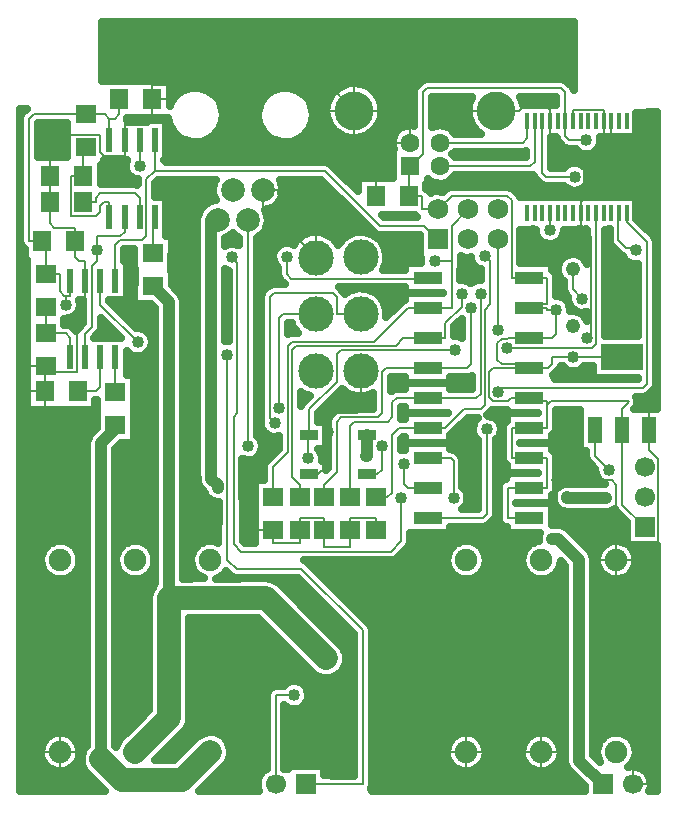
<source format=gbr>
G04 DipTrace 2.4.0.2*
%INBottom.gbr*%
%MOIN*%
%ADD14C,0.006*%
%ADD15C,0.0394*%
%ADD16C,0.0787*%
%ADD17C,0.025*%
%ADD18C,0.0079*%
%ADD19R,0.048X0.088*%
%ADD20R,0.1417X0.0866*%
%ADD21R,0.063X0.0709*%
%ADD22R,0.0709X0.063*%
%ADD25R,0.0118X0.0551*%
%ADD26R,0.0669X0.0669*%
%ADD27C,0.0669*%
%ADD28R,0.0689X0.0689*%
%ADD29C,0.0689*%
%ADD30R,0.0236X0.0787*%
%ADD31C,0.1181*%
%ADD35R,0.0591X0.0354*%
%ADD36R,0.0961X0.0445*%
%ADD37C,0.0748*%
%ADD38R,0.063X0.063*%
%ADD39C,0.063*%
%ADD40C,0.1299*%
%ADD41C,0.048*%
%ADD42C,0.04*%
%FSLAX44Y44*%
G04*
G70*
G90*
G75*
G01*
%LNBottom*%
%LPD*%
X18262Y22704D2*
D14*
X17808Y23158D1*
X16333D1*
X14499Y24991D1*
X8821D1*
X8544Y24714D1*
Y22809D1*
X8405Y22670D1*
X7647D1*
X7508Y22531D1*
Y21331D1*
X8821Y24991D2*
Y26018D1*
X7639Y27371D2*
Y26871D1*
X7500Y26732D1*
X7309D1*
X7170Y26871D1*
X6514D1*
X5190Y21548D2*
X5653D1*
Y20968D1*
X5792Y20829D1*
X5858D1*
X5997D1*
Y21331D1*
X23212Y26003D2*
X22645D1*
X22506Y26142D1*
Y26642D1*
X21309Y13418D2*
X20581D1*
Y14418D1*
X21309D1*
X11243Y18852D2*
Y12031D1*
X11550Y11724D1*
X13711D1*
X15768Y9667D1*
Y4536D1*
X13850D1*
X21309Y18418D2*
X20098D1*
X19959Y18279D1*
Y17447D1*
X20098Y17308D1*
X20598D1*
X20708Y17418D1*
X21309D1*
X7309Y26732D2*
Y26018D1*
X5858Y20520D2*
Y20829D1*
X5065Y22634D2*
X5190D1*
Y21548D1*
X6514Y26871D2*
X4780D1*
X4641Y26732D1*
Y22634D1*
X5065D1*
X22773Y18773D2*
X24402D1*
X21309Y18418D2*
X21925D1*
X22064Y18557D1*
Y18773D1*
X22773D1*
X21309Y19418D2*
X20584D1*
X20557Y19391D1*
X20380D1*
X20241Y19252D1*
Y18696D1*
X20380Y18557D1*
X21309D1*
Y18418D1*
X22207Y20356D2*
Y19557D1*
X22068Y19418D1*
X21309D1*
Y20418D2*
X21898D1*
Y20356D1*
X22207D1*
X21309Y21418D2*
X21898D1*
Y20557D1*
X21309D1*
Y20418D1*
X18262Y23704D2*
X18715Y24158D1*
X20576D1*
X20715Y24019D1*
Y21418D1*
X21309D1*
X17289Y24135D2*
X17713D1*
Y23704D1*
X18262D1*
X17339Y25141D2*
X17289Y25091D1*
Y24135D1*
X22506Y26642D2*
Y27615D1*
X22367Y27754D1*
X17902D1*
X17763Y27615D1*
Y25565D1*
X17339Y25141D1*
X24401Y16336D2*
Y13866D1*
X25164Y13104D1*
X21309Y16418D2*
X21898D1*
Y17171D1*
X22037Y17310D1*
X24587D1*
X24617Y17280D1*
X24401Y17064D1*
Y16336D1*
X21309Y15418D2*
X20720D1*
Y16418D1*
X21309D1*
Y14418D2*
X21898D1*
Y15418D1*
X21309D1*
Y17418D2*
Y17310D1*
X21898D1*
Y17171D1*
X7813Y23459D2*
Y22956D1*
X7674Y22817D1*
X6912D1*
Y22338D1*
Y22000D1*
X6727Y21815D1*
Y19786D1*
X6500Y19559D1*
Y18772D1*
X12770Y14104D2*
Y15111D1*
X13265Y15606D1*
Y19160D1*
X13404Y19299D1*
X16143D1*
X17262Y20418D1*
X17923D1*
X18715D1*
Y21981D1*
Y23158D1*
X19262Y23704D1*
X18149Y21981D2*
X18715D1*
X20262Y22704D2*
Y19700D1*
X12427Y24350D2*
X12930D1*
Y24201D1*
X14190D1*
X25307Y17280D2*
Y16336D1*
X24209Y12009D2*
Y14530D1*
X24070Y14669D1*
X22226D1*
X5150Y17634D2*
Y18469D1*
X5190D1*
X15690Y18322D2*
Y17047D1*
X15551Y16908D1*
X14720D1*
X14581Y16769D1*
Y16286D1*
X20201Y26995D2*
X20959D1*
X21130Y27166D1*
X21855D1*
X21994Y27027D1*
Y26642D1*
X22762D2*
Y27027D1*
X23786D1*
Y26642D1*
X23221Y19411D2*
X23377Y19568D1*
Y22789D1*
X23018Y23148D1*
Y23571D1*
X15461Y26995D2*
Y25928D1*
X15600Y25789D1*
X16610D1*
Y25307D1*
X16137Y24834D1*
X21994Y26642D2*
Y25555D1*
X22133Y25416D1*
X23134D1*
X23764D1*
X24042Y25694D1*
X24834D1*
X24972Y25555D1*
Y24790D1*
X15337Y13001D2*
Y13425D1*
X16187D1*
Y13001D1*
X14472D2*
Y12438D1*
X15337D1*
Y13001D1*
X13656D2*
Y13425D1*
X14472D1*
Y13001D1*
X12770D2*
Y12577D1*
X13656D1*
Y13001D1*
X12404Y16286D2*
Y15753D1*
X12236Y15586D1*
Y13001D1*
X12770D1*
X14190Y22100D2*
X13548Y22742D1*
Y22799D1*
X12477D1*
X12404Y22726D1*
Y16286D1*
X14190Y24201D2*
Y22100D1*
X24209Y12009D2*
Y11518D1*
X24749Y10978D1*
Y4542D1*
X25307Y16336D2*
Y15698D1*
X25608Y15397D1*
Y12148D1*
X25469Y12009D1*
X24209D1*
X16137Y24834D2*
X16186Y24785D1*
Y24135D1*
X16610Y25789D2*
X16749Y25928D1*
X17339D1*
X8741Y27371D2*
Y27834D1*
X14622D1*
X15461Y26995D1*
X7813Y26018D2*
Y26520D1*
X8602D1*
X8741Y26659D1*
Y27371D1*
X5338Y24820D2*
Y26054D1*
X5477Y26193D1*
X7003D1*
Y25609D1*
X7142Y25470D1*
X7813D1*
Y26018D1*
X5338Y23945D2*
Y24820D1*
X6167Y22634D2*
Y23097D1*
X5477D1*
X5338Y23236D1*
Y23945D1*
X6500Y21331D2*
Y21972D1*
X6306D1*
X6167Y22111D1*
Y22634D1*
X5190Y18469D2*
Y18270D1*
X6224D1*
Y19673D1*
X6500Y19950D1*
Y21331D1*
X14581Y16286D2*
Y15183D1*
X14268Y14870D1*
X13973D1*
X23786Y26642D2*
Y26150D1*
X23903Y26033D1*
X24042Y25894D1*
Y25694D1*
X23903Y26033D2*
X24042Y26172D1*
Y26642D1*
X23018Y23571D2*
Y23956D1*
X23134Y24071D1*
Y25416D1*
X24856Y22338D2*
Y22418D1*
X24536D1*
X24276Y22679D1*
Y23571D1*
X24297D1*
X22825Y24790D2*
X21877D1*
X21738Y24929D1*
Y26642D1*
X20268Y17617D2*
X20401Y17750D1*
X25080D1*
X25219Y17889D1*
Y22626D1*
X24553Y23291D1*
Y23571D1*
X18323Y25928D2*
X21088D1*
X21227Y26067D1*
Y26642D1*
X18323Y25141D2*
X21344D1*
X21482Y25280D1*
Y26642D1*
X12956Y17074D2*
Y20071D1*
X13095Y20210D1*
X14190D1*
X20550Y19082D2*
X23391D1*
X23530Y19221D1*
Y23571D1*
X22759Y21711D2*
Y21036D1*
X23068Y20727D1*
X21994Y23017D2*
Y23571D1*
X7004Y18772D2*
Y17773D1*
X6865Y17634D1*
X6252D1*
X8317Y23459D2*
Y24100D1*
X8178Y24239D1*
X7003D1*
X6864Y24100D1*
Y23945D1*
X6440D1*
X5190Y20446D2*
Y19571D1*
X5858D1*
X5997Y19432D1*
Y18772D1*
X6440Y24820D2*
X6016D1*
Y23482D1*
X6864D1*
X7003Y23621D1*
Y23822D1*
X7142Y23961D1*
X7309D1*
Y23459D1*
X6514Y25769D2*
X6440D1*
Y24820D1*
X8821Y23459D2*
X8764D1*
Y22246D1*
X7508Y18772D2*
X7503Y17610D1*
X8253Y19275D2*
X7004Y20524D1*
Y21331D1*
X8317Y25161D2*
Y26018D1*
X12850Y4536D2*
Y7508D1*
X13478D1*
X12817Y16595D2*
X12647Y16765D1*
Y20770D1*
X12786Y20909D1*
X14751D1*
X14890Y20770D1*
Y20212D1*
X15690D1*
X13973Y16170D2*
Y17044D1*
X14890Y17960D1*
Y18882D1*
X15029Y19021D1*
X18821D1*
X13931Y15417D2*
Y16170D1*
X13973D1*
X8764Y21144D2*
D15*
X9303Y20605D1*
Y10743D1*
D16*
Y6749D1*
X8173Y5619D1*
X9303Y10743D2*
X12529D1*
X14537Y8735D1*
X16390Y15811D2*
D14*
Y15019D1*
X16240Y14870D1*
X15902D1*
X11927Y23350D2*
Y15809D1*
X19887Y16371D2*
Y13557D1*
X19748Y13418D1*
X17923D1*
X23971Y15007D2*
X23496Y15482D1*
Y16336D1*
X23867Y14086D2*
D15*
X22578D1*
Y14104D1*
X15902Y16170D2*
Y15467D1*
X15861D1*
X10922Y14425D2*
Y14508D1*
X10703Y14726D1*
Y23350D1*
X10927D1*
X17129Y15231D2*
D14*
Y14557D1*
X17268Y14418D1*
X17923D1*
X18781Y14078D2*
Y15319D1*
X18682Y15418D1*
X17923D1*
X22078Y12722D2*
D15*
X22258D1*
X22959Y12020D1*
Y5332D1*
X23749Y4542D1*
X19821Y22151D2*
D14*
X19990Y21982D1*
Y20534D1*
X19820Y20364D1*
Y17174D1*
X19681Y17035D1*
X19129D1*
X18512Y16418D1*
X17923D1*
X16967D1*
X16740Y16191D1*
Y14266D1*
X16577Y14104D1*
X16187D1*
X19681Y20897D2*
Y17557D1*
X19542Y17418D1*
X17923D1*
X16882D1*
X16743Y17279D1*
Y16769D1*
X16604Y16630D1*
X15476D1*
X15337Y16491D1*
Y14104D1*
X19372Y20418D2*
Y18557D1*
X19233Y18418D1*
X17923D1*
X16529D1*
X16390Y18279D1*
Y16908D1*
X16251Y16769D1*
X15029D1*
X14890Y16630D1*
Y14945D1*
X14472Y14527D1*
Y14104D1*
X19051Y20897D2*
Y20460D1*
X18512Y19921D1*
Y19418D1*
X17923D1*
X17110D1*
X16852Y19160D1*
X13543D1*
X13404Y19021D1*
Y14780D1*
X13656Y14527D1*
Y14104D1*
X13239Y22116D2*
Y21539D1*
X13378Y21400D1*
X17923D1*
Y21418D1*
X11408Y22101D2*
X11577Y21932D1*
Y16906D1*
X11453Y16782D1*
Y12536D1*
X11689Y12299D1*
X16681D1*
X17020Y12638D1*
Y14081D1*
X10673Y5619D2*
D16*
X9732Y4678D1*
X7731D1*
X7041Y5368D1*
D15*
Y15908D1*
X7641Y16508D1*
X7503D1*
D42*
X14537Y8735D3*
X5858Y20520D3*
X22773Y18773D3*
X22207Y20356D3*
X11243Y18852D3*
X23212Y26003D3*
X6912Y22338D3*
X18149Y21981D3*
X20262Y19700D3*
X23221Y19411D3*
X16137Y24834D3*
X24972Y24790D3*
X14581Y16286D3*
X14190Y24201D3*
X22226Y14669D3*
X12404Y16286D3*
X25307Y17280D3*
X24856Y22338D3*
X22825Y24790D3*
X20268Y17617D3*
X12956Y17074D3*
X20550Y19082D3*
X23068Y20727D3*
X21994Y23017D3*
X8253Y19275D3*
X8317Y25161D3*
X13478Y7508D3*
X12817Y16595D3*
X18821Y19021D3*
X13931Y15417D3*
X9303Y10743D3*
X16390Y15811D3*
X11927Y15809D3*
X19887Y16371D3*
X23971Y15007D3*
X22578Y14104D3*
X23867Y14086D3*
X10922Y14425D3*
X15861Y15467D3*
X17129Y15231D3*
X18781Y14078D3*
X22078Y12722D3*
X19821Y22151D3*
X19681Y20897D3*
X19372Y20418D3*
X19051Y20897D3*
X17020Y14081D3*
X11408Y22101D3*
X13239Y22116D3*
X7098Y29687D2*
D17*
X22779D1*
X7098Y29438D2*
X22779D1*
X7098Y29189D2*
X22779D1*
X7098Y28940D2*
X22779D1*
X7098Y28692D2*
X22779D1*
X7098Y28443D2*
X22779D1*
X7098Y28194D2*
X22779D1*
X9344Y27946D2*
X17650D1*
X22618D2*
X22782D1*
X9344Y27697D2*
X9837D1*
X10520D2*
X12837D1*
X13520D2*
X14849D1*
X16071D2*
X17454D1*
X9344Y27448D2*
X9474D1*
X10879D2*
X12474D1*
X13879D2*
X14642D1*
X16282D2*
X17443D1*
X18082D2*
X19380D1*
X21020D2*
X22185D1*
X11036Y27200D2*
X12318D1*
X14036D2*
X14544D1*
X16375D2*
X17443D1*
X18082D2*
X19286D1*
X21118D2*
X22185D1*
X11102Y26951D2*
X12255D1*
X14102D2*
X14521D1*
X16399D2*
X17443D1*
X18082D2*
X19263D1*
X7907Y26702D2*
X9259D1*
X11094D2*
X12259D1*
X14094D2*
X14571D1*
X16352D2*
X17443D1*
X18082D2*
X19310D1*
X24903D2*
X25529D1*
X4961Y26454D2*
X5868D1*
X9231D2*
X9337D1*
X11016D2*
X12337D1*
X14016D2*
X14700D1*
X16223D2*
X17068D1*
X18594D2*
X19439D1*
X24903D2*
X25529D1*
X4961Y26205D2*
X5868D1*
X9231D2*
X9517D1*
X10836D2*
X12517D1*
X13836D2*
X14978D1*
X15946D2*
X16806D1*
X24903D2*
X25529D1*
X4961Y25956D2*
X5868D1*
X9231D2*
X10009D1*
X10344D2*
X13009D1*
X13344D2*
X16736D1*
X22059D2*
X22251D1*
X23700D2*
X25529D1*
X4961Y25708D2*
X5868D1*
X9231D2*
X16736D1*
X22059D2*
X22829D1*
X23594D2*
X25529D1*
X4961Y25459D2*
X5868D1*
X9231D2*
X16736D1*
X18832D2*
X21161D1*
X22059D2*
X25529D1*
X7157Y25210D2*
X7829D1*
X14723D2*
X16736D1*
X22059D2*
X22599D1*
X23047D2*
X25529D1*
X7043Y24961D2*
X7872D1*
X14969D2*
X16736D1*
X23282D2*
X25529D1*
X7043Y24713D2*
X8169D1*
X15219D2*
X15583D1*
X18739D2*
X21513D1*
X23309D2*
X25529D1*
X8864Y24464D2*
X10755D1*
X13102D2*
X14583D1*
X15469D2*
X15583D1*
X17895D2*
X22470D1*
X23180D2*
X25529D1*
X8864Y24215D2*
X10759D1*
X13098D2*
X14833D1*
X20961D2*
X25529D1*
X9231Y23967D2*
X10673D1*
X12989D2*
X15083D1*
X24903D2*
X25529D1*
X9231Y23718D2*
X10357D1*
X12637D2*
X15329D1*
X24903D2*
X25529D1*
X9231Y23469D2*
X10232D1*
X12598D2*
X15579D1*
X16461D2*
X17509D1*
X24903D2*
X25529D1*
X9231Y23221D2*
X10216D1*
X12598D2*
X15829D1*
X25067D2*
X25529D1*
X9231Y22972D2*
X10216D1*
X12493D2*
X16075D1*
X21036D2*
X21505D1*
X22481D2*
X23208D1*
X23848D2*
X23954D1*
X25317D2*
X25529D1*
X9407Y22723D2*
X10216D1*
X11192D2*
X11607D1*
X12246D2*
X13579D1*
X14801D2*
X15079D1*
X16301D2*
X17626D1*
X21036D2*
X21611D1*
X22379D2*
X23208D1*
X23848D2*
X23954D1*
X9407Y22475D2*
X10216D1*
X12246D2*
X12919D1*
X16485D2*
X17626D1*
X21036D2*
X23208D1*
X23848D2*
X24036D1*
X4350Y22226D2*
X4462D1*
X7829D2*
X8118D1*
X9407D2*
X10216D1*
X12246D2*
X12763D1*
X16563D2*
X17626D1*
X21036D2*
X23208D1*
X23848D2*
X24286D1*
X4350Y21977D2*
X4544D1*
X7914D2*
X8118D1*
X9407D2*
X10216D1*
X12246D2*
X12771D1*
X16563D2*
X17657D1*
X19036D2*
X19364D1*
X21036D2*
X22306D1*
X23848D2*
X24536D1*
X4350Y21729D2*
X4544D1*
X7914D2*
X8118D1*
X9407D2*
X10216D1*
X12246D2*
X12919D1*
X16485D2*
X17154D1*
X19036D2*
X19603D1*
X22079D2*
X22232D1*
X23848D2*
X24900D1*
X4350Y21480D2*
X4544D1*
X7914D2*
X8118D1*
X9407D2*
X10216D1*
X12246D2*
X12923D1*
X19036D2*
X19669D1*
X23848D2*
X24900D1*
X4350Y21231D2*
X4544D1*
X7914D2*
X8118D1*
X9407D2*
X10216D1*
X12246D2*
X13107D1*
X22219D2*
X22439D1*
X23848D2*
X24900D1*
X4350Y20982D2*
X4544D1*
X7914D2*
X8118D1*
X9602D2*
X10216D1*
X12246D2*
X12414D1*
X15118D2*
X15296D1*
X16086D2*
X17154D1*
X22219D2*
X22443D1*
X23848D2*
X24900D1*
X4350Y20734D2*
X4544D1*
X7914D2*
X8118D1*
X9770D2*
X10216D1*
X12246D2*
X12329D1*
X16391D2*
X17154D1*
X22504D2*
X22582D1*
X23848D2*
X24900D1*
X4350Y20485D2*
X4544D1*
X7485D2*
X8743D1*
X9789D2*
X10216D1*
X12246D2*
X12329D1*
X16524D2*
X16888D1*
X23848D2*
X24900D1*
X4350Y20236D2*
X4544D1*
X6250D2*
X6407D1*
X7735D2*
X8818D1*
X9789D2*
X10216D1*
X12246D2*
X12329D1*
X23055D2*
X23208D1*
X23848D2*
X24900D1*
X4350Y19988D2*
X4544D1*
X5832D2*
X6407D1*
X7981D2*
X8818D1*
X9789D2*
X10216D1*
X12246D2*
X12329D1*
X23848D2*
X24900D1*
X4350Y19739D2*
X4544D1*
X6133D2*
X6242D1*
X7043D2*
X7349D1*
X8305D2*
X8818D1*
X9789D2*
X10216D1*
X12246D2*
X12329D1*
X13274D2*
X13450D1*
X18832D2*
X19052D1*
X23848D2*
X24900D1*
X4350Y19490D2*
X4544D1*
X6875D2*
X7595D1*
X8692D2*
X8818D1*
X9789D2*
X10216D1*
X12246D2*
X12329D1*
X18832D2*
X19052D1*
X23848D2*
X24900D1*
X4350Y19242D2*
X4544D1*
X8743D2*
X8820D1*
X9789D2*
X10216D1*
X12246D2*
X12329D1*
X4350Y18993D2*
X4544D1*
X8649D2*
X8818D1*
X9789D2*
X10216D1*
X12246D2*
X12329D1*
X4350Y18744D2*
X4544D1*
X7914D2*
X8818D1*
X9789D2*
X10216D1*
X12246D2*
X12329D1*
X4350Y18496D2*
X4544D1*
X7914D2*
X8818D1*
X9789D2*
X10216D1*
X12246D2*
X12329D1*
X4350Y18247D2*
X4544D1*
X7914D2*
X8818D1*
X9789D2*
X10216D1*
X12246D2*
X12329D1*
X22196D2*
X23404D1*
X4350Y17998D2*
X4544D1*
X8145D2*
X8818D1*
X9789D2*
X10216D1*
X12246D2*
X12329D1*
X16711D2*
X17154D1*
X18692D2*
X19361D1*
X4350Y17750D2*
X4544D1*
X8145D2*
X8818D1*
X9789D2*
X10216D1*
X12246D2*
X12329D1*
X16711D2*
X17154D1*
X18692D2*
X19361D1*
X4350Y17501D2*
X4544D1*
X8145D2*
X8818D1*
X9789D2*
X10216D1*
X12246D2*
X12329D1*
X13723D2*
X13919D1*
X14871D2*
X15427D1*
X15954D2*
X16071D1*
X25262D2*
X25529D1*
X4350Y17252D2*
X4544D1*
X8145D2*
X8818D1*
X9789D2*
X10216D1*
X12246D2*
X12329D1*
X14625D2*
X16071D1*
X24938D2*
X25529D1*
X4350Y17003D2*
X6857D1*
X8145D2*
X8818D1*
X9789D2*
X10216D1*
X12246D2*
X12329D1*
X14375D2*
X14825D1*
X17063D2*
X17152D1*
X20086D2*
X20540D1*
X22219D2*
X22966D1*
X4350Y16755D2*
X6857D1*
X8145D2*
X8818D1*
X9789D2*
X10216D1*
X12246D2*
X12329D1*
X14293D2*
X14599D1*
X17063D2*
X17152D1*
X20176D2*
X20540D1*
X22219D2*
X22966D1*
X4350Y16506D2*
X6857D1*
X8145D2*
X8818D1*
X9789D2*
X10216D1*
X12246D2*
X12336D1*
X19043D2*
X19419D1*
X22219D2*
X22966D1*
X4350Y16257D2*
X6712D1*
X8145D2*
X8818D1*
X9789D2*
X10216D1*
X12246D2*
X12474D1*
X18793D2*
X19411D1*
X22168D2*
X22966D1*
X4350Y16009D2*
X6564D1*
X8145D2*
X8818D1*
X9789D2*
X10216D1*
X12371D2*
X12946D1*
X17059D2*
X17152D1*
X18692D2*
X19568D1*
X20207D2*
X20400D1*
X22079D2*
X22966D1*
X4350Y15760D2*
X6556D1*
X7571D2*
X8818D1*
X9789D2*
X10216D1*
X12414D2*
X12946D1*
X17059D2*
X17152D1*
X18692D2*
X19568D1*
X20207D2*
X20400D1*
X22079D2*
X22966D1*
X4350Y15511D2*
X6556D1*
X7528D2*
X8818D1*
X9789D2*
X10216D1*
X12309D2*
X12728D1*
X14411D2*
X14571D1*
X19032D2*
X19568D1*
X20207D2*
X20400D1*
X22204D2*
X23177D1*
X4350Y15263D2*
X6556D1*
X7528D2*
X8818D1*
X9789D2*
X10216D1*
X11774D2*
X12493D1*
X19102D2*
X19568D1*
X20207D2*
X20443D1*
X22219D2*
X23275D1*
X4350Y15014D2*
X6556D1*
X7528D2*
X8818D1*
X9789D2*
X10216D1*
X11774D2*
X12450D1*
X19102D2*
X19568D1*
X20207D2*
X20540D1*
X22219D2*
X23482D1*
X4350Y14765D2*
X6556D1*
X7528D2*
X8818D1*
X9789D2*
X10216D1*
X11774D2*
X12450D1*
X19102D2*
X19568D1*
X20207D2*
X20540D1*
X22219D2*
X23548D1*
X4350Y14517D2*
X6556D1*
X7528D2*
X8818D1*
X9789D2*
X10267D1*
X11774D2*
X12126D1*
X19102D2*
X19568D1*
X22219D2*
X22341D1*
X4350Y14268D2*
X6556D1*
X7528D2*
X8818D1*
X9789D2*
X10458D1*
X11774D2*
X12126D1*
X19231D2*
X19568D1*
X4350Y14019D2*
X6556D1*
X7528D2*
X8818D1*
X9789D2*
X10669D1*
X11774D2*
X12126D1*
X19266D2*
X19568D1*
X4350Y13771D2*
X6556D1*
X7528D2*
X8818D1*
X9789D2*
X10923D1*
X11774D2*
X12126D1*
X19157D2*
X19568D1*
X22079D2*
X22216D1*
X4350Y13522D2*
X6556D1*
X7528D2*
X8818D1*
X9789D2*
X10923D1*
X11774D2*
X12126D1*
X22079D2*
X24306D1*
X4350Y13273D2*
X6556D1*
X7528D2*
X8818D1*
X9789D2*
X10923D1*
X11774D2*
X12126D1*
X20043D2*
X20298D1*
X22079D2*
X24540D1*
X4350Y13024D2*
X6556D1*
X7528D2*
X8818D1*
X9789D2*
X10923D1*
X11774D2*
X12126D1*
X18692D2*
X20540D1*
X22633D2*
X24540D1*
X4350Y12776D2*
X6556D1*
X7528D2*
X8818D1*
X9789D2*
X10923D1*
X11774D2*
X12126D1*
X17340D2*
X21591D1*
X22883D2*
X24540D1*
X4350Y12527D2*
X5275D1*
X6071D2*
X6556D1*
X7528D2*
X7775D1*
X8571D2*
X8818D1*
X9789D2*
X10275D1*
X17317D2*
X18810D1*
X19606D2*
X21310D1*
X23129D2*
X23810D1*
X4350Y12278D2*
X5068D1*
X6278D2*
X6556D1*
X9789D2*
X10068D1*
X17102D2*
X18603D1*
X19813D2*
X21103D1*
X23368D2*
X23603D1*
X24813D2*
X25529D1*
X4350Y12030D2*
X5009D1*
X6336D2*
X6556D1*
X9789D2*
X10009D1*
X16825D2*
X18544D1*
X19871D2*
X21044D1*
X23446D2*
X23548D1*
X24871D2*
X25529D1*
X4350Y11781D2*
X5052D1*
X6293D2*
X6556D1*
X9789D2*
X10052D1*
X14094D2*
X18587D1*
X19829D2*
X21087D1*
X22329D2*
X22474D1*
X23446D2*
X23587D1*
X24829D2*
X25529D1*
X4350Y11532D2*
X5224D1*
X6125D2*
X6556D1*
X7528D2*
X7724D1*
X8625D2*
X8818D1*
X9789D2*
X10224D1*
X11125D2*
X11296D1*
X14344D2*
X18759D1*
X19661D2*
X21259D1*
X22161D2*
X22474D1*
X23446D2*
X23759D1*
X24661D2*
X25529D1*
X4350Y11284D2*
X6556D1*
X7528D2*
X8818D1*
X12930D2*
X13708D1*
X14594D2*
X22474D1*
X23446D2*
X25529D1*
X4350Y11035D2*
X6556D1*
X7528D2*
X8689D1*
X13192D2*
X13958D1*
X14840D2*
X22474D1*
X23446D2*
X25529D1*
X4350Y10786D2*
X6556D1*
X7528D2*
X8622D1*
X13442D2*
X14208D1*
X15090D2*
X22474D1*
X23446D2*
X25529D1*
X4350Y10538D2*
X6556D1*
X7528D2*
X8618D1*
X13692D2*
X14454D1*
X15340D2*
X22474D1*
X23446D2*
X25529D1*
X4350Y10289D2*
X6556D1*
X7528D2*
X8618D1*
X13938D2*
X14704D1*
X15586D2*
X22474D1*
X23446D2*
X25529D1*
X4350Y10040D2*
X6556D1*
X7528D2*
X8618D1*
X9985D2*
X12275D1*
X14188D2*
X14954D1*
X15836D2*
X22474D1*
X23446D2*
X25529D1*
X4350Y9792D2*
X6556D1*
X7528D2*
X8618D1*
X9985D2*
X12525D1*
X14438D2*
X15200D1*
X16059D2*
X22474D1*
X23446D2*
X25529D1*
X4350Y9543D2*
X6556D1*
X7528D2*
X8618D1*
X9985D2*
X12771D1*
X14684D2*
X15446D1*
X16086D2*
X22474D1*
X23446D2*
X25529D1*
X4350Y9294D2*
X6556D1*
X7528D2*
X8618D1*
X9985D2*
X13021D1*
X14934D2*
X15446D1*
X16086D2*
X22474D1*
X23446D2*
X25529D1*
X4350Y9045D2*
X6556D1*
X7528D2*
X8618D1*
X9985D2*
X13271D1*
X15141D2*
X15446D1*
X16086D2*
X22474D1*
X23446D2*
X25529D1*
X4350Y8797D2*
X6556D1*
X7528D2*
X8618D1*
X9985D2*
X13517D1*
X15219D2*
X15446D1*
X16086D2*
X22474D1*
X23446D2*
X25529D1*
X4350Y8548D2*
X6556D1*
X7528D2*
X8618D1*
X9985D2*
X13767D1*
X15192D2*
X15446D1*
X16086D2*
X22474D1*
X23446D2*
X25529D1*
X4350Y8299D2*
X6556D1*
X7528D2*
X8618D1*
X9985D2*
X14017D1*
X15055D2*
X15446D1*
X16086D2*
X22474D1*
X23446D2*
X25529D1*
X4350Y8051D2*
X6556D1*
X7528D2*
X8618D1*
X9985D2*
X15446D1*
X16086D2*
X22474D1*
X23446D2*
X25529D1*
X4350Y7802D2*
X6556D1*
X7528D2*
X8618D1*
X9985D2*
X12806D1*
X13864D2*
X15446D1*
X16086D2*
X22474D1*
X23446D2*
X25529D1*
X4350Y7553D2*
X6556D1*
X7528D2*
X8618D1*
X9985D2*
X12532D1*
X13965D2*
X15446D1*
X16086D2*
X22474D1*
X23446D2*
X25529D1*
X4350Y7305D2*
X6556D1*
X7528D2*
X8618D1*
X9985D2*
X12529D1*
X13922D2*
X15446D1*
X16086D2*
X22474D1*
X23446D2*
X25529D1*
X4350Y7056D2*
X6556D1*
X7528D2*
X8618D1*
X9985D2*
X12529D1*
X13168D2*
X13345D1*
X13614D2*
X15446D1*
X16086D2*
X22474D1*
X23446D2*
X25529D1*
X4350Y6807D2*
X6556D1*
X7528D2*
X8404D1*
X9985D2*
X12529D1*
X13168D2*
X15446D1*
X16086D2*
X22474D1*
X23446D2*
X25529D1*
X4350Y6559D2*
X6556D1*
X7528D2*
X8157D1*
X9957D2*
X12529D1*
X13168D2*
X15446D1*
X16086D2*
X22474D1*
X23446D2*
X25529D1*
X4350Y6310D2*
X6556D1*
X7528D2*
X7907D1*
X9821D2*
X12529D1*
X13168D2*
X15446D1*
X16086D2*
X22474D1*
X23446D2*
X25529D1*
X4350Y6061D2*
X5189D1*
X6161D2*
X6556D1*
X7528D2*
X7660D1*
X9571D2*
X10157D1*
X11188D2*
X12529D1*
X13168D2*
X15446D1*
X16086D2*
X18724D1*
X19696D2*
X21224D1*
X22196D2*
X22474D1*
X23446D2*
X23724D1*
X24696D2*
X25529D1*
X4350Y5813D2*
X5040D1*
X6309D2*
X6529D1*
X9325D2*
X9911D1*
X11329D2*
X12529D1*
X13168D2*
X15446D1*
X16086D2*
X18575D1*
X19844D2*
X21075D1*
X22344D2*
X22474D1*
X23446D2*
X23575D1*
X24844D2*
X25529D1*
X4350Y5564D2*
X5013D1*
X9075D2*
X9661D1*
X11356D2*
X12529D1*
X13168D2*
X15446D1*
X16086D2*
X18548D1*
X19871D2*
X21048D1*
X22371D2*
X22475D1*
X23446D2*
X23548D1*
X24871D2*
X25529D1*
X4350Y5315D2*
X5087D1*
X6262D2*
X6362D1*
X11282D2*
X12529D1*
X13168D2*
X15446D1*
X16086D2*
X18622D1*
X19797D2*
X21122D1*
X22297D2*
X22474D1*
X24797D2*
X25529D1*
X4350Y5066D2*
X5329D1*
X6020D2*
X6431D1*
X11079D2*
X12529D1*
X14473D2*
X15446D1*
X16086D2*
X18864D1*
X19555D2*
X21364D1*
X22055D2*
X22556D1*
X25067D2*
X25529D1*
X4350Y4818D2*
X6634D1*
X10829D2*
X12294D1*
X16086D2*
X22794D1*
X25305D2*
X25529D1*
X4350Y4569D2*
X6884D1*
X10579D2*
X12228D1*
X16086D2*
X23044D1*
X25371D2*
X25532D1*
X24827Y17041D2*
X25556D1*
X25555Y26935D1*
X24877Y26933D1*
Y26102D1*
X24229Y26105D1*
X24241Y26102D1*
X23667D1*
X23677Y26003D1*
X23661Y25880D1*
X23612Y25765D1*
X23534Y25668D1*
X23433Y25594D1*
X23317Y25550D1*
X23193Y25539D1*
X23070Y25561D1*
X22958Y25614D1*
X22857Y25706D1*
X22645Y25708D1*
X22521Y25737D1*
X22436Y25795D1*
X22297Y25934D1*
X22230Y26042D1*
X22215Y26092D1*
X22182Y26102D1*
X22031D1*
X22033Y25083D1*
X22467Y25085D1*
X22533Y25152D1*
X22639Y25217D1*
X22759Y25251D1*
X22884Y25252D1*
X23004Y25219D1*
X23112Y25156D1*
X23198Y25067D1*
X23258Y24958D1*
X23290Y24790D1*
X23273Y24667D1*
X23224Y24552D1*
X23146Y24455D1*
X23046Y24381D1*
X22929Y24337D1*
X22805Y24326D1*
X22682Y24348D1*
X22570Y24401D1*
X22469Y24493D1*
X21877Y24495D1*
X21753Y24524D1*
X21669Y24582D1*
X21530Y24721D1*
X21462Y24829D1*
X21444Y24864D1*
X21344Y24846D1*
X18824D1*
X18700Y24701D1*
X18597Y24630D1*
X18482Y24583D1*
X18359Y24562D1*
X18234Y24568D1*
X18114Y24600D1*
X18003Y24657D1*
X17919Y24721D1*
Y24561D1*
X17868D1*
X17869Y24384D1*
X17956Y24302D1*
X18022Y24264D1*
X18141Y24301D1*
X18265Y24314D1*
X18389Y24300D1*
X18430Y24287D1*
X18506Y24366D1*
X18614Y24434D1*
X18715Y24453D1*
X20576D1*
X20701Y24424D1*
X20785Y24366D1*
X20924Y24227D1*
X20992Y24119D1*
X21153Y24112D1*
X21551Y24108D1*
X21664Y24112D1*
X22062Y24108D1*
X22176Y24112D1*
X22574Y24108D1*
X22688Y24112D1*
X23086Y24108D1*
X23169Y24112D1*
X23854Y24108D1*
X23968Y24112D1*
X24366Y24108D1*
X24479Y24112D1*
X24877D1*
Y23381D1*
X25428Y22834D1*
X25496Y22726D1*
X25514Y22626D1*
Y17889D1*
X25486Y17764D1*
X25428Y17680D1*
X25289Y17541D1*
X25181Y17473D1*
X25080Y17455D1*
X24857D1*
X24899Y17368D1*
X24912Y17284D1*
X24901Y17200D1*
X24867Y17123D1*
X24796Y17041D1*
X24827D1*
X23200Y15631D2*
X22991D1*
Y17016D1*
X22193Y17015D1*
Y16418D1*
X22167Y16297D1*
X22090Y16195D1*
X22061Y16173D1*
X22054Y16031D1*
Y15931D1*
X21011D1*
X21015Y15907D1*
X22054Y15906D1*
Y15667D1*
X22119Y15614D1*
X22180Y15502D1*
X22193Y15418D1*
X22190Y14378D1*
X22200Y14375D1*
X22286Y14465D1*
X22392Y14530D1*
X22512Y14564D1*
X22637Y14565D1*
X22828Y14547D1*
X23816D1*
X23828Y14565D1*
X23716Y14619D1*
X23622Y14700D1*
X23553Y14804D1*
X23513Y14922D1*
X23508Y15051D1*
X23287Y15274D1*
X23219Y15382D1*
X23201Y15482D1*
Y15634D1*
X23822Y19471D2*
X24924D1*
Y21877D1*
X24837Y21873D1*
X24714Y21895D1*
X24601Y21949D1*
X24507Y22030D1*
X24437Y22138D1*
X24367Y22176D1*
X24151Y22386D1*
X24067Y22470D1*
X23999Y22578D1*
X23981Y22679D1*
Y23034D1*
X23823Y23031D1*
X23825Y22071D1*
Y19474D1*
X24926Y18075D2*
X23428D1*
Y18478D1*
X23132D1*
X23095Y18438D1*
X22994Y18364D1*
X22878Y18320D1*
X22753Y18309D1*
X22631Y18331D1*
X22518Y18384D1*
X22418Y18476D1*
X22347Y18478D1*
X22306Y18388D1*
X22131Y18208D1*
X22088Y18173D1*
X22151Y18045D1*
X24921D1*
X17482Y23516D2*
X16709Y23520D1*
X16691Y23516D1*
X16390D1*
X16458Y23453D1*
X17555D1*
X17489Y23512D1*
X16709Y24751D2*
X16759Y24755D1*
Y25721D1*
X16794D1*
X16763Y25857D1*
X16761Y25982D1*
X16786Y26104D1*
X16836Y26218D1*
X16910Y26319D1*
X17003Y26401D1*
X17112Y26462D1*
X17232Y26498D1*
X17356Y26508D1*
X17468Y26493D1*
Y27615D1*
X17496Y27739D1*
X17554Y27823D1*
X17693Y27962D1*
X17801Y28030D1*
X17902Y28049D1*
X22367D1*
X22492Y28020D1*
X22576Y27962D1*
X22715Y27823D1*
X22805Y27685D1*
Y29935D1*
X7075D1*
Y27994D1*
X8059Y27991D1*
X8219Y27987D1*
X8236Y27991D1*
X9321D1*
Y27141D1*
X9363Y27244D1*
X9425Y27352D1*
X9501Y27451D1*
X9591Y27538D1*
X9691Y27612D1*
X9801Y27672D1*
X9918Y27716D1*
X10039Y27744D1*
X10164Y27754D1*
X10289Y27747D1*
X10411Y27723D1*
X10529Y27683D1*
X10641Y27626D1*
X10743Y27555D1*
X10835Y27470D1*
X10914Y27374D1*
X10980Y27267D1*
X11029Y27153D1*
X11063Y27033D1*
X11082Y26850D1*
X11073Y26725D1*
X11048Y26603D1*
X11005Y26485D1*
X10947Y26375D1*
X10874Y26273D1*
X10788Y26183D1*
X10691Y26105D1*
X10583Y26041D1*
X10468Y25993D1*
X10347Y25961D1*
X10223Y25946D1*
X10098Y25948D1*
X9975Y25968D1*
X9855Y26004D1*
X9742Y26056D1*
X9637Y26124D1*
X9542Y26205D1*
X9459Y26299D1*
X9390Y26403D1*
X9336Y26515D1*
X9298Y26634D1*
X9278Y26754D1*
X8421Y26752D1*
X7908Y26750D1*
X7880Y26701D1*
Y26677D1*
X8700Y26673D1*
X8813Y26677D1*
X9204D1*
Y25359D1*
X9114D1*
X9196Y25286D1*
X14499D1*
X14623Y25258D1*
X14708Y25200D1*
X15605Y24302D1*
X15606Y24755D1*
X16756D1*
X7019Y24564D2*
X7020Y24537D1*
X8182Y24534D1*
X8236Y24528D1*
X8249Y24559D1*
Y24702D1*
X8175Y24718D1*
X8062Y24772D1*
X7968Y24854D1*
X7899Y24958D1*
X7860Y25076D1*
X7854Y25200D1*
X7881Y25322D1*
X7896Y25359D1*
X7134D1*
X7133Y25189D1*
X7020D1*
Y24564D1*
X6832Y17335D2*
Y17014D1*
X5673Y17018D1*
X5655Y17014D1*
X4570D1*
X4571Y20151D1*
Y21026D1*
Y22012D1*
X4485Y22014D1*
Y22385D1*
X4420Y22438D1*
X4359Y22550D1*
X4346Y22634D1*
Y26732D1*
X4374Y26857D1*
X4433Y26941D1*
X4551Y27059D1*
X4325Y27060D1*
Y4325D1*
X7149D1*
X6575Y4902D1*
X6496Y4998D1*
X6436Y5108D1*
X6398Y5227D1*
X6382Y5350D1*
X6391Y5475D1*
X6423Y5596D1*
X6477Y5708D1*
X6577Y5832D1*
X6579Y8618D1*
Y15908D1*
X6596Y16031D1*
X6665Y16176D1*
X6883Y16403D1*
X6887Y17088D1*
X6883Y17031D1*
Y17339D1*
X6830D1*
X5809Y20061D2*
X5805Y19866D1*
X5858D1*
X5982Y19838D1*
X6066Y19780D1*
X6207Y19637D1*
X6259Y19728D1*
X6433Y19908D1*
X6432Y20673D1*
X6298D1*
X6322Y20520D1*
X6306Y20396D1*
X6257Y20282D1*
X6179Y20184D1*
X6079Y20111D1*
X5962Y20067D1*
X5811Y20060D1*
X5809Y19866D1*
X5860Y25436D2*
X5883Y25439D1*
X5895D1*
X5899Y26349D1*
X5895Y26291D1*
X5889Y26576D1*
X4940D1*
X4936Y25732D1*
Y25439D1*
X5883D1*
X8118Y17088D2*
X8122Y16838D1*
Y15928D1*
X7712D1*
X7501Y15715D1*
X7503Y10283D1*
X7507Y5833D1*
X7543Y5798D1*
X7593Y5930D1*
X7661Y6034D1*
X8150Y6527D1*
X8644Y7021D1*
Y10743D1*
X8656Y10867D1*
X8691Y10987D1*
X8748Y11098D1*
X8805Y11173D1*
X8841Y11243D1*
Y20411D1*
X8692Y20563D1*
X8145Y20564D1*
X8149Y21724D1*
X8145Y21666D1*
Y22373D1*
X7800Y22375D1*
X7803Y21988D1*
X7891Y21990D1*
Y20673D1*
X7302D1*
X7301Y20644D1*
X8210Y19735D1*
X8312Y19736D1*
X8433Y19704D1*
X8540Y19641D1*
X8627Y19551D1*
X8687Y19442D1*
X8718Y19275D1*
X8702Y19151D1*
X8653Y19037D1*
X8575Y18939D1*
X8474Y18866D1*
X8358Y18822D1*
X8234Y18810D1*
X8111Y18832D1*
X7998Y18886D1*
X7889Y18990D1*
X7891Y18193D1*
X8122Y18190D1*
X8118Y17031D1*
X9380Y21724D2*
X9383Y21474D1*
Y21181D1*
X9629Y20932D1*
X9705Y20832D1*
X9758Y20680D1*
X9765Y20355D1*
Y11398D1*
X10428Y11401D1*
X10479D1*
X10323Y11475D1*
X10226Y11553D1*
X10145Y11649D1*
X10086Y11759D1*
X10048Y11878D1*
X10035Y12002D1*
X10045Y12126D1*
X10080Y12246D1*
X10137Y12357D1*
X10215Y12454D1*
X10311Y12535D1*
X10420Y12595D1*
X10539Y12634D1*
X10663Y12648D1*
X10787Y12638D1*
X10945Y12584D1*
X10948Y13781D1*
Y13957D1*
X10779Y13982D1*
X10667Y14036D1*
X10573Y14117D1*
X10504Y14221D1*
X10493Y14254D1*
X10419Y14358D1*
X10301Y14499D1*
X10248Y14651D1*
X10242Y14976D1*
Y23350D1*
X10258Y23473D1*
X10339Y23645D1*
X10405Y23750D1*
X10490Y23842D1*
X10590Y23916D1*
X10703Y23969D1*
X10867Y24003D1*
X10797Y24158D1*
X10772Y24281D1*
X10771Y24405D1*
X10793Y24528D1*
X10839Y24645D1*
X10870Y24694D1*
X8940Y24696D1*
X8839Y24589D1*
Y24117D1*
X9204D1*
Y22828D1*
X9383Y22826D1*
X9379Y21666D1*
X23233Y23031D2*
X23206Y23035D1*
X23217Y23031D1*
X22459D1*
X22443Y22893D1*
X22394Y22779D1*
X22316Y22681D1*
X22215Y22608D1*
X22099Y22564D1*
X21975Y22552D1*
X21852Y22574D1*
X21739Y22628D1*
X21645Y22710D1*
X21576Y22813D1*
X21537Y22932D1*
X21532Y23029D1*
X21414Y23035D1*
X21301Y23031D1*
X21008D1*
X21010Y22144D1*
Y21905D1*
X22054Y21906D1*
Y21667D1*
X22119Y21614D1*
X22180Y21502D1*
X22193Y21418D1*
Y20821D1*
X22266Y20817D1*
X22386Y20785D1*
X22494Y20722D1*
X22581Y20633D1*
X22641Y20523D1*
X22672Y20356D1*
X22665Y20306D1*
X22755Y20316D1*
X22879Y20302D1*
X22995Y20258D1*
X23098Y20186D1*
X23179Y20092D1*
X23233Y19984D1*
X23235Y20295D1*
X23173Y20274D1*
X23049Y20263D1*
X22908Y20293D1*
X22814Y20338D1*
X22719Y20420D1*
X22650Y20524D1*
X22611Y20642D1*
X22606Y20770D1*
X22551Y20828D1*
X22483Y20936D1*
X22464Y21036D1*
X22468Y21302D1*
X22362Y21399D1*
X22298Y21506D1*
X22262Y21625D1*
X22256Y21750D1*
X22281Y21872D1*
X22335Y21985D1*
X22415Y22080D1*
X22516Y22153D1*
X22631Y22200D1*
X22755Y22216D1*
X22879Y22202D1*
X22995Y22158D1*
X23098Y22086D1*
X23179Y21992D1*
X23233Y21884D1*
X23235Y23031D1*
X22950Y23035D1*
X22836Y23031D1*
X22461D1*
X21094Y27183D2*
X21551Y27179D1*
X21664Y27183D1*
X22062Y27179D1*
X22145Y27183D1*
X22211D1*
Y27458D1*
X20988Y27459D1*
X21051Y27333D1*
X21096Y27183D1*
X21806Y27179D1*
X21795Y27183D1*
X22176D1*
X17696Y22095D2*
X17652D1*
Y22864D1*
X16333Y22862D1*
X16208Y22891D1*
X16124Y22949D1*
X14374Y24696D1*
X12988Y24695D1*
X13043Y24583D1*
X13076Y24462D1*
X13086Y24325D1*
X13069Y24201D1*
X13029Y24083D1*
X12968Y23974D1*
X12888Y23878D1*
X12790Y23800D1*
X12680Y23741D1*
X12561Y23705D1*
X12489Y23694D1*
X12534Y23606D1*
X12572Y23487D1*
X12586Y23350D1*
X12574Y23225D1*
X12539Y23106D1*
X12482Y22995D1*
X12405Y22896D1*
X12311Y22814D1*
X12220Y22761D1*
X12222Y21475D1*
Y16166D1*
X12301Y16086D1*
X12361Y15977D1*
X12392Y15809D1*
X12376Y15686D1*
X12327Y15571D1*
X12249Y15474D1*
X12148Y15400D1*
X12032Y15356D1*
X11908Y15345D1*
X11785Y15367D1*
X11746Y15385D1*
X11750Y12656D1*
X11814Y12594D1*
X12151Y12596D1*
Y14683D1*
X12475D1*
Y15111D1*
X12504Y15236D1*
X12562Y15320D1*
X12970Y15731D1*
Y16157D1*
X12921Y16142D1*
X12797Y16131D1*
X12674Y16153D1*
X12562Y16206D1*
X12468Y16288D1*
X12399Y16392D1*
X12360Y16510D1*
X12353Y16635D1*
X12364Y16684D1*
X12352Y16765D1*
Y20770D1*
X12380Y20895D1*
X12438Y20979D1*
X12577Y21118D1*
X12685Y21186D1*
X12786Y21204D1*
X13157D1*
X13030Y21331D1*
X12962Y21439D1*
X12944Y21539D1*
Y21754D1*
X12890Y21809D1*
X12821Y21912D1*
X12782Y22031D1*
X12776Y22155D1*
X12803Y22277D1*
X12861Y22387D1*
X12947Y22477D1*
X13053Y22542D1*
X13173Y22576D1*
X13298Y22577D1*
X13418Y22545D1*
X13448Y22527D1*
X13545Y22661D1*
X13653Y22765D1*
X13777Y22849D1*
X13914Y22909D1*
X14059Y22945D1*
X14209Y22955D1*
X14358Y22939D1*
X14502Y22896D1*
X14636Y22830D1*
X14756Y22741D1*
X14860Y22632D1*
X14939Y22512D1*
X15013Y22624D1*
X15096Y22717D1*
X15192Y22797D1*
X15299Y22862D1*
X15414Y22911D1*
X15535Y22943D1*
X15659Y22956D1*
X15784Y22952D1*
X15906Y22929D1*
X16025Y22889D1*
X16136Y22832D1*
X16237Y22759D1*
X16327Y22673D1*
X16404Y22574D1*
X16465Y22465D1*
X16509Y22348D1*
X16536Y22226D1*
X16546Y22102D1*
X16537Y21977D1*
X16509Y21855D1*
X16440Y21694D1*
X17179Y21695D1*
X17178Y21906D1*
X17690D1*
X17685Y22020D1*
X17701Y22092D1*
X19355Y22103D2*
X19219Y22096D1*
X19096Y22118D1*
X19013Y22151D1*
X19010Y21360D1*
X19110Y21358D1*
X19231Y21326D1*
X19338Y21263D1*
X19363Y21238D1*
X19496Y21323D1*
X19616Y21357D1*
X19697Y21358D1*
X19695Y21702D1*
X19566Y21762D1*
X19472Y21843D1*
X19403Y21947D1*
X19364Y22065D1*
X19362Y22100D1*
X7250Y19431D2*
X7684D1*
X7020Y20091D1*
X7023Y19786D1*
X6994Y19661D1*
X6936Y19577D1*
X6796Y19430D1*
X6884Y19427D1*
X6996Y19431D1*
X7387Y19427D1*
X14001Y17488D2*
X13914Y17510D1*
X13799Y17559D1*
X13696Y17622D1*
X13699Y17150D1*
X13731Y17213D1*
X13999Y17487D1*
X13594Y19597D2*
X13513Y19687D1*
X13444Y19791D1*
X13388Y19915D1*
X13249D1*
X13251Y19551D1*
X13352Y19590D1*
X13595Y19594D1*
X15159Y20880D2*
X15299Y20973D1*
X15414Y21021D1*
X15535Y21053D1*
X15659Y21067D1*
X15784Y21062D1*
X15906Y21039D1*
X16025Y20999D1*
X16136Y20942D1*
X16237Y20869D1*
X16327Y20783D1*
X16404Y20684D1*
X16465Y20575D1*
X16509Y20458D1*
X16536Y20336D1*
X16546Y20212D1*
X16539Y20115D1*
X17054Y20627D1*
X17162Y20695D1*
X17100Y20663D1*
X17178Y20806D1*
Y20906D1*
X18424D1*
X18418Y20931D1*
X17178D1*
X17173Y21105D1*
X14974D1*
X15135Y20933D1*
X16094Y17568D2*
X15955Y17508D1*
X15809Y17475D1*
X15659Y17467D1*
X15510Y17486D1*
X15367Y17530D1*
X15234Y17598D1*
X15115Y17689D1*
X15075Y17728D1*
X14268Y16919D1*
Y16610D1*
X14533Y16612D1*
Y15727D1*
X14279D1*
X14364Y15585D1*
X14396Y15417D1*
X14381Y15313D1*
X14533Y15312D1*
Y15005D1*
X14595Y15070D1*
Y16630D1*
X14623Y16754D1*
X14681Y16838D1*
X14820Y16977D1*
X14928Y17045D1*
X15029Y17064D1*
X16095D1*
Y17568D1*
X23149Y4322D2*
Y4486D1*
X22633Y5006D1*
X22557Y5105D1*
X22504Y5257D1*
X22498Y5582D1*
Y11828D1*
X22348Y11978D1*
X22335Y11885D1*
X22299Y11765D1*
X22241Y11655D1*
X22162Y11559D1*
X22066Y11479D1*
X21956Y11420D1*
X21836Y11383D1*
X21712Y11370D1*
X21588Y11382D1*
X21468Y11417D1*
X21358Y11475D1*
X21261Y11553D1*
X21181Y11649D1*
X21121Y11759D1*
X21083Y11878D1*
X21070Y12002D1*
X21081Y12126D1*
X21115Y12246D1*
X21173Y12357D1*
X21250Y12454D1*
X21346Y12535D1*
X21455Y12595D1*
X21574Y12634D1*
X21624Y12639D1*
X21615Y12761D1*
X21642Y12883D1*
X21658Y12914D1*
X21554Y12931D1*
X20564D1*
Y13122D1*
X20427Y13166D1*
X20337Y13252D1*
X20290Y13367D1*
X20286Y13668D1*
Y14418D1*
X20312Y14540D1*
X20385Y14640D1*
X20498Y14701D1*
X20531Y14709D1*
X20564Y14806D1*
Y14906D1*
X21607D1*
X21603Y14930D1*
X20564Y14931D1*
Y15169D1*
X20499Y15223D1*
X20438Y15335D1*
X20425Y15418D1*
Y16418D1*
X20451Y16540D1*
X20528Y16641D1*
X20557Y16663D1*
X20564Y16806D1*
Y16906D1*
X21607D1*
X21603Y16930D1*
X20564Y16931D1*
Y17013D1*
X20094Y17014D1*
X20062Y17005D1*
X19898Y16835D1*
X19946Y16832D1*
X20067Y16800D1*
X20174Y16737D1*
X20261Y16647D1*
X20321Y16538D1*
X20352Y16371D1*
X20336Y16247D1*
X20287Y16133D1*
X20209Y16035D1*
X20181Y16015D1*
X20182Y13557D1*
X20154Y13433D1*
X20096Y13349D1*
X19957Y13210D1*
X19849Y13142D1*
X19748Y13123D1*
X18666D1*
X18668Y12931D1*
X17313D1*
X17315Y12638D1*
X17287Y12514D1*
X17229Y12429D1*
X16890Y12091D1*
X16782Y12023D1*
X16681Y12004D1*
X13803D1*
X13880Y11966D1*
X14096Y11756D1*
X15977Y9875D1*
X16045Y9767D1*
X16063Y9667D1*
Y4536D1*
X16035Y4411D1*
X16017Y4379D1*
X16075Y4325D1*
X23149D1*
X25348Y4517D2*
X25330Y4394D1*
X25308Y4325D1*
X25555D1*
Y12501D1*
X25014Y12504D1*
X24614Y12503D1*
X24702Y12415D1*
X24772Y12311D1*
X24820Y12196D1*
X24844Y12074D1*
X24846Y11959D1*
X24824Y11836D1*
X24778Y11720D1*
X24711Y11615D1*
X24625Y11525D1*
X24523Y11453D1*
X24409Y11402D1*
X24287Y11375D1*
X24162Y11372D1*
X24039Y11393D1*
X23923Y11438D1*
X23817Y11504D1*
X23726Y11590D1*
X23654Y11692D1*
X23603Y11805D1*
X23575Y11927D1*
X23571Y12052D1*
X23592Y12175D1*
X23636Y12292D1*
X23701Y12398D1*
X23787Y12489D1*
X23888Y12562D1*
X24002Y12613D1*
X24123Y12642D1*
X24248Y12647D1*
X24371Y12627D1*
X24488Y12584D1*
X24564Y12540D1*
Y13289D1*
X24191Y13661D1*
X24156Y13704D1*
X23972Y13633D1*
X23829Y13625D1*
X22578Y13624D1*
X22455Y13641D1*
X22340Y13690D1*
X22243Y13768D1*
X22170Y13869D1*
X22121Y14019D1*
X22115Y14143D1*
X22122Y14177D1*
X22090Y14195D1*
X22061Y14173D1*
X22054Y14031D1*
Y13931D1*
X20878D1*
X20876Y13907D1*
X22054Y13906D1*
Y13183D1*
X22258Y13184D1*
X22376Y13168D1*
X22487Y13123D1*
X22584Y13048D1*
X23286Y12347D1*
X23361Y12248D1*
X23415Y12096D1*
X23421Y11770D1*
Y5524D1*
X23675Y5269D1*
X23621Y5369D1*
X23583Y5488D1*
X23570Y5612D1*
X23581Y5736D1*
X23615Y5856D1*
X23673Y5967D1*
X23750Y6065D1*
X23846Y6145D1*
X23955Y6206D1*
X24074Y6244D1*
X24198Y6258D1*
X24322Y6248D1*
X24442Y6214D1*
X24553Y6157D1*
X24651Y6080D1*
X24732Y5985D1*
X24794Y5876D1*
X24832Y5758D1*
X24848Y5619D1*
X24835Y5495D1*
X24799Y5376D1*
X24741Y5265D1*
X24662Y5169D1*
X24611Y5127D1*
X24749Y5142D1*
X24873Y5129D1*
X24992Y5091D1*
X25100Y5029D1*
X25193Y4946D1*
X25267Y4845D1*
X25318Y4731D1*
X25345Y4609D1*
X25348Y4517D1*
X11634Y22763D2*
X11500Y22849D1*
X11426Y22924D1*
X11311Y22814D1*
X11163Y22737D1*
X11165Y22494D1*
X11223Y22527D1*
X11343Y22561D1*
X11467Y22562D1*
X11588Y22530D1*
X11631Y22504D1*
X11632Y22758D1*
X14073Y26725D2*
X14048Y26603D1*
X14005Y26485D1*
X13947Y26375D1*
X13874Y26273D1*
X13788Y26183D1*
X13691Y26105D1*
X13583Y26041D1*
X13468Y25993D1*
X13347Y25961D1*
X13223Y25946D1*
X13098Y25948D1*
X12975Y25968D1*
X12855Y26004D1*
X12742Y26056D1*
X12637Y26124D1*
X12542Y26205D1*
X12459Y26299D1*
X12390Y26403D1*
X12336Y26515D1*
X12298Y26634D1*
X12277Y26758D1*
X12273Y26882D1*
X12286Y27007D1*
X12316Y27128D1*
X12363Y27244D1*
X12425Y27352D1*
X12501Y27451D1*
X12591Y27538D1*
X12691Y27612D1*
X12801Y27672D1*
X12918Y27716D1*
X13039Y27744D1*
X13164Y27754D1*
X13289Y27747D1*
X13411Y27723D1*
X13529Y27683D1*
X13641Y27626D1*
X13743Y27555D1*
X13835Y27470D1*
X13914Y27374D1*
X13980Y27267D1*
X14029Y27153D1*
X14063Y27033D1*
X14082Y26850D1*
X14073Y26725D1*
X18744Y25535D2*
X18819Y25436D1*
X21186D1*
X21187Y25651D1*
X21088Y25633D1*
X18826D1*
X18746Y25536D1*
X18059Y26441D2*
X18097Y26462D1*
X18216Y26498D1*
X18340Y26508D1*
X18464Y26491D1*
X18581Y26448D1*
X18686Y26380D1*
X18774Y26292D1*
X18823Y26223D1*
X19710D1*
X19576Y26328D1*
X19475Y26439D1*
X19394Y26565D1*
X19335Y26702D1*
X19298Y26848D1*
X19286Y26997D1*
X19299Y27147D1*
X19336Y27292D1*
X19396Y27429D1*
X19412Y27458D1*
X18059Y27459D1*
X18058Y26447D1*
X16375Y26970D2*
X16359Y26821D1*
X16318Y26677D1*
X16255Y26541D1*
X16170Y26418D1*
X16066Y26310D1*
X15946Y26220D1*
X15813Y26151D1*
X15670Y26105D1*
X15522Y26083D1*
X15373Y26085D1*
X15225Y26112D1*
X15084Y26162D1*
X14953Y26235D1*
X14836Y26328D1*
X14735Y26439D1*
X14654Y26565D1*
X14594Y26702D1*
X14558Y26848D1*
X14546Y26997D1*
X14559Y27147D1*
X14596Y27292D1*
X14656Y27429D1*
X14737Y27555D1*
X14838Y27665D1*
X14956Y27758D1*
X15087Y27830D1*
X15229Y27880D1*
X15376Y27906D1*
X15526Y27907D1*
X15674Y27885D1*
X15817Y27838D1*
X15949Y27768D1*
X16069Y27678D1*
X16172Y27570D1*
X16257Y27446D1*
X16320Y27310D1*
X16359Y27165D1*
X16375Y27016D1*
Y26970D1*
X13375Y5135D2*
X14449D1*
Y4834D1*
X14850Y4831D1*
X15471D1*
X15473Y7786D1*
X15471Y9547D1*
X13586Y11429D1*
X11550D1*
X11426Y11457D1*
X11342Y11515D1*
X11206Y11651D1*
X11127Y11559D1*
X11030Y11479D1*
X10920Y11420D1*
X10857Y11400D1*
X12529Y11401D1*
X12653Y11389D1*
X12773Y11354D1*
X12884Y11297D1*
X12995Y11208D1*
X15002Y9200D1*
X15082Y9104D1*
X15142Y8995D1*
X15180Y8876D1*
X15195Y8752D1*
X15187Y8627D1*
X15155Y8507D1*
X15101Y8394D1*
X15026Y8294D1*
X14934Y8210D1*
X14828Y8144D1*
X14711Y8100D1*
X14589Y8078D1*
X14464Y8080D1*
X14342Y8106D1*
X14226Y8154D1*
X14122Y8223D1*
X13629Y8711D1*
X12256Y10084D1*
X9962D1*
X9961Y6749D1*
X9950Y6624D1*
X9915Y6505D1*
X9857Y6394D1*
X9768Y6283D1*
X8821Y5336D1*
X9461D1*
X10208Y6085D1*
X10304Y6165D1*
X10413Y6224D1*
X10532Y6263D1*
X10656Y6278D1*
X10781Y6269D1*
X10901Y6237D1*
X11014Y6183D1*
X11114Y6109D1*
X11199Y6017D1*
X11264Y5911D1*
X11308Y5794D1*
X11330Y5671D1*
X11328Y5546D1*
X11302Y5424D1*
X11254Y5309D1*
X11185Y5205D1*
X10697Y4712D1*
X10308Y4322D1*
X10950Y4325D1*
X12290D1*
X12265Y4403D1*
X12250Y4527D1*
X12262Y4651D1*
X12298Y4770D1*
X12359Y4880D1*
X12441Y4974D1*
X12558Y5057D1*
X12555Y6286D1*
Y7508D1*
X12581Y7629D1*
X12655Y7729D1*
X12767Y7790D1*
X12850Y7803D1*
X13119D1*
X13186Y7870D1*
X13293Y7934D1*
X13412Y7968D1*
X13537Y7969D1*
X13657Y7937D1*
X13765Y7874D1*
X13852Y7784D1*
X13912Y7675D1*
X13943Y7508D1*
X13926Y7384D1*
X13877Y7270D1*
X13800Y7172D1*
X13699Y7099D1*
X13583Y7055D1*
X13458Y7043D1*
X13336Y7065D1*
X13223Y7119D1*
X13144Y7188D1*
X13145Y5059D1*
X13250Y5061D1*
Y5135D1*
X13375D1*
X17303Y15906D2*
X18668D1*
X18673Y15713D1*
X18807Y15685D1*
X18891Y15627D1*
X18990Y15528D1*
X19045Y15452D1*
X19072Y15371D1*
X19076Y15069D1*
Y14440D1*
X19155Y14354D1*
X19215Y14245D1*
X19246Y14078D1*
X19230Y13954D1*
X19181Y13840D1*
X19103Y13742D1*
X19062Y13712D1*
X19591Y13713D1*
X19592Y16014D1*
X19538Y16064D1*
X19469Y16167D1*
X19430Y16286D1*
X19424Y16410D1*
X19451Y16532D1*
X19510Y16642D1*
X19605Y16739D1*
X19249Y16738D1*
X18675Y16173D1*
X18668Y16031D1*
Y15931D1*
X17178D1*
X17173Y16123D1*
X17088Y16121D1*
X17035Y16066D1*
Y15687D1*
X17177Y15692D1*
X17178Y15906D1*
X17303D1*
Y16906D2*
X18585D1*
X18543Y16931D1*
X17178D1*
X17173Y17123D1*
X17036D1*
X17038Y16765D1*
X17032Y16711D1*
X17174Y16713D1*
X17178Y16906D1*
X17303D1*
Y17906D2*
X18668D1*
X18673Y17713D1*
X19388D1*
X19386Y18163D1*
X19285Y18128D1*
X18983Y18123D1*
X18667D1*
X18668Y17931D1*
X17178D1*
X17173Y18123D1*
X16685D1*
Y17635D1*
X16716Y17662D1*
X16831Y17709D1*
X17175Y17713D1*
X17178Y17906D1*
X17303D1*
X19847Y5594D2*
X19830Y5471D1*
X19789Y5353D1*
X19726Y5245D1*
X19644Y5151D1*
X19545Y5076D1*
X19432Y5021D1*
X19312Y4989D1*
X19187Y4981D1*
X19064Y4997D1*
X18945Y5037D1*
X18837Y5099D1*
X18743Y5182D1*
X18667Y5280D1*
X18611Y5392D1*
X18579Y5513D1*
X18570Y5637D1*
X18586Y5761D1*
X18625Y5879D1*
X18687Y5988D1*
X18768Y6082D1*
X18867Y6159D1*
X18978Y6215D1*
X19098Y6249D1*
X19223Y6258D1*
X19347Y6243D1*
X19465Y6204D1*
X19574Y6143D1*
X19669Y6062D1*
X19746Y5964D1*
X19803Y5853D1*
X19837Y5733D1*
X19848Y5619D1*
X19847Y5594D1*
X22347D2*
X22330Y5471D1*
X22289Y5353D1*
X22226Y5245D1*
X22144Y5151D1*
X22045Y5076D1*
X21932Y5021D1*
X21812Y4989D1*
X21687Y4981D1*
X21564Y4997D1*
X21445Y5037D1*
X21337Y5099D1*
X21243Y5182D1*
X21167Y5280D1*
X21111Y5392D1*
X21079Y5513D1*
X21070Y5637D1*
X21086Y5761D1*
X21125Y5879D1*
X21187Y5988D1*
X21268Y6082D1*
X21367Y6159D1*
X21478Y6215D1*
X21598Y6249D1*
X21723Y6258D1*
X21847Y6243D1*
X21965Y6204D1*
X22074Y6143D1*
X22169Y6062D1*
X22246Y5964D1*
X22303Y5853D1*
X22337Y5733D1*
X22348Y5619D1*
X22347Y5594D1*
X19835Y11885D2*
X19799Y11765D1*
X19741Y11655D1*
X19662Y11559D1*
X19566Y11479D1*
X19456Y11420D1*
X19336Y11383D1*
X19212Y11370D1*
X19088Y11382D1*
X18968Y11417D1*
X18858Y11475D1*
X18761Y11553D1*
X18681Y11649D1*
X18621Y11759D1*
X18583Y11878D1*
X18570Y12002D1*
X18581Y12126D1*
X18615Y12246D1*
X18673Y12357D1*
X18750Y12454D1*
X18846Y12535D1*
X18955Y12595D1*
X19074Y12634D1*
X19198Y12648D1*
X19322Y12638D1*
X19442Y12604D1*
X19553Y12547D1*
X19651Y12470D1*
X19732Y12375D1*
X19794Y12266D1*
X19832Y12148D1*
X19848Y12009D1*
X19835Y11885D1*
X8800D2*
X8764Y11765D1*
X8705Y11655D1*
X8627Y11559D1*
X8530Y11479D1*
X8420Y11420D1*
X8301Y11383D1*
X8177Y11370D1*
X8053Y11382D1*
X7933Y11417D1*
X7823Y11475D1*
X7726Y11553D1*
X7645Y11649D1*
X7586Y11759D1*
X7548Y11878D1*
X7535Y12002D1*
X7545Y12126D1*
X7580Y12246D1*
X7637Y12357D1*
X7715Y12454D1*
X7811Y12535D1*
X7920Y12595D1*
X8039Y12634D1*
X8163Y12648D1*
X8287Y12638D1*
X8407Y12604D1*
X8518Y12547D1*
X8616Y12470D1*
X8697Y12375D1*
X8758Y12266D1*
X8797Y12148D1*
X8812Y12009D1*
X8800Y11885D1*
X6300D2*
X6264Y11765D1*
X6205Y11655D1*
X6127Y11559D1*
X6030Y11479D1*
X5920Y11420D1*
X5801Y11383D1*
X5677Y11370D1*
X5553Y11382D1*
X5433Y11417D1*
X5323Y11475D1*
X5226Y11553D1*
X5145Y11649D1*
X5086Y11759D1*
X5048Y11878D1*
X5035Y12002D1*
X5045Y12126D1*
X5080Y12246D1*
X5137Y12357D1*
X5215Y12454D1*
X5311Y12535D1*
X5420Y12595D1*
X5539Y12634D1*
X5663Y12648D1*
X5787Y12638D1*
X5907Y12604D1*
X6018Y12547D1*
X6116Y12470D1*
X6197Y12375D1*
X6258Y12266D1*
X6297Y12148D1*
X6312Y12009D1*
X6300Y11885D1*
X6312Y5594D2*
X6295Y5471D1*
X6254Y5353D1*
X6191Y5245D1*
X6109Y5151D1*
X6009Y5076D1*
X5897Y5021D1*
X5777Y4989D1*
X5652Y4981D1*
X5528Y4997D1*
X5410Y5037D1*
X5302Y5099D1*
X5208Y5182D1*
X5132Y5280D1*
X5076Y5392D1*
X5043Y5513D1*
X5035Y5637D1*
X5050Y5761D1*
X5090Y5879D1*
X5151Y5988D1*
X5233Y6082D1*
X5331Y6159D1*
X5443Y6215D1*
X5563Y6249D1*
X5688Y6258D1*
X5811Y6243D1*
X5930Y6204D1*
X6039Y6143D1*
X6134Y6062D1*
X6211Y5964D1*
X6268Y5853D1*
X6302Y5733D1*
X6312Y5619D1*
Y5594D1*
X11166Y19309D2*
X11282Y19313D1*
Y21652D1*
X11164Y21707D1*
X11165Y19307D1*
X18806Y19482D2*
X18880Y19483D1*
X19000Y19450D1*
X19078Y19405D1*
X19077Y20061D1*
X18810Y19801D1*
X18807Y19488D1*
X25307Y17040D2*
D18*
Y16336D1*
X16186Y24754D2*
Y24135D1*
X5150Y17634D2*
Y17015D1*
X4571Y17634D2*
X5150D1*
X4571Y18469D2*
X5190D1*
X5338Y25439D2*
Y24820D1*
X8741Y27990D2*
Y26752D1*
Y27371D2*
X9321D1*
X23018Y24111D2*
Y23031D1*
X21994Y27182D2*
Y26102D1*
X23786Y26642D2*
Y26102D1*
X24042Y26642D2*
Y26102D1*
X6500Y21331D2*
Y20673D1*
X7813Y26676D2*
Y25360D1*
X14190Y22955D2*
Y22100D1*
X15690Y18322D2*
Y17467D1*
X24749Y5141D2*
Y4542D1*
X25348D1*
X12427Y24350D2*
Y23691D1*
Y24350D2*
X13085D1*
X17339Y26508D2*
Y25928D1*
X16759D2*
X17339D1*
X19287Y26995D2*
X20201D1*
X15461Y27909D2*
Y26081D1*
X14547Y26995D2*
X16375D1*
X12152Y13001D2*
X12770D1*
X19209Y6258D2*
Y4981D1*
X18570Y5619D2*
X19847D1*
X21709Y6258D2*
Y4981D1*
X21070Y5619D2*
X22347D1*
X24209Y12648D2*
Y11371D1*
X23570Y12009D2*
X24847D1*
X5673Y6258D2*
Y4981D1*
X5035Y5619D2*
X6312D1*
D19*
X25307Y16336D3*
X24401D3*
X23496D3*
D20*
X24402Y18773D3*
D21*
X17289Y24135D3*
X16186D3*
X6440Y23945D3*
X5338D3*
X6252Y17634D3*
X5150D3*
D22*
X5190Y19571D3*
Y18469D3*
D21*
X6440Y24820D3*
X5338D3*
D22*
X7503Y16508D3*
Y17610D3*
X8764Y21144D3*
Y22246D3*
D21*
X7639Y27371D3*
X8741D3*
X5065Y22634D3*
X6167D3*
D25*
X24553Y23571D3*
X24297D3*
X24042D3*
X23786D3*
X23530D3*
X23274D3*
X23018D3*
X22762D3*
X22506D3*
X22250D3*
X21994D3*
X21738D3*
X21482D3*
X21227D3*
Y26642D3*
X21482D3*
X21738D3*
X21994D3*
X22250D3*
X22506D3*
X22762D3*
X23018D3*
X23274D3*
X23530D3*
X23786D3*
X24042D3*
X24297D3*
X24553D3*
D26*
X13850Y4536D3*
D27*
X12850D3*
D28*
X18262Y22704D3*
D29*
X19262D3*
X20262D3*
Y23704D3*
X19262D3*
X18262D3*
D30*
X5997Y21331D3*
X6500D3*
X7004D3*
X7508D3*
Y18772D3*
X7004D3*
X6500D3*
X5997D3*
X7309Y26018D3*
X7813D3*
X8317D3*
X8821D3*
Y23459D3*
X8317D3*
X7813D3*
X7309D3*
D31*
X14190Y18320D3*
Y20210D3*
Y22100D3*
X15690Y22102D3*
Y20212D3*
Y18322D3*
D26*
X23749Y4542D3*
D27*
X24749D3*
D26*
X25164Y13104D3*
D27*
Y14104D3*
Y15104D3*
D22*
X6514Y25769D3*
Y26871D3*
X5190Y20446D3*
Y21548D3*
X16187Y14104D3*
Y13001D3*
X15337Y14104D3*
Y13001D3*
X14472Y14104D3*
Y13001D3*
X13656Y14104D3*
Y13001D3*
X12770Y14104D3*
Y13001D3*
D16*
X12427Y24350D3*
X11927Y23350D3*
X11427Y24350D3*
X10927Y23350D3*
D35*
X15902Y16170D3*
Y14870D3*
X13973D3*
Y16170D3*
D36*
X17923Y13418D3*
Y14418D3*
Y15418D3*
Y16418D3*
Y17418D3*
Y18418D3*
Y19418D3*
Y20418D3*
Y21418D3*
X21309D3*
Y20418D3*
Y19418D3*
Y18418D3*
Y17418D3*
Y16418D3*
Y15418D3*
Y14418D3*
Y13418D3*
D37*
X19209Y5619D3*
X21709D3*
X24209D3*
Y12009D3*
X21709D3*
X19209D3*
X10673D3*
X8173D3*
X5673D3*
Y5619D3*
X8173D3*
X10673D3*
D38*
X17339Y25141D3*
D39*
X18323D3*
Y25928D3*
X17339D3*
D40*
X20201Y26995D3*
X15461D3*
D41*
X22759Y21711D3*
Y19811D3*
M02*

</source>
